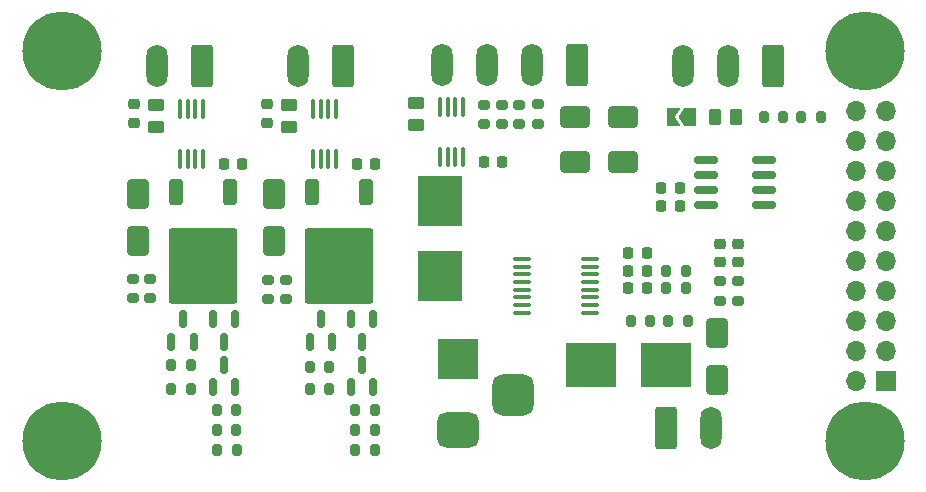
<source format=gbr>
%TF.GenerationSoftware,KiCad,Pcbnew,8.0.5*%
%TF.CreationDate,2024-11-24T08:54:10-05:00*%
%TF.ProjectId,wesp_card_access,77657370-5f63-4617-9264-5f6163636573,rev?*%
%TF.SameCoordinates,Original*%
%TF.FileFunction,Soldermask,Top*%
%TF.FilePolarity,Negative*%
%FSLAX46Y46*%
G04 Gerber Fmt 4.6, Leading zero omitted, Abs format (unit mm)*
G04 Created by KiCad (PCBNEW 8.0.5) date 2024-11-24 08:54:10*
%MOMM*%
%LPD*%
G01*
G04 APERTURE LIST*
G04 Aperture macros list*
%AMRoundRect*
0 Rectangle with rounded corners*
0 $1 Rounding radius*
0 $2 $3 $4 $5 $6 $7 $8 $9 X,Y pos of 4 corners*
0 Add a 4 corners polygon primitive as box body*
4,1,4,$2,$3,$4,$5,$6,$7,$8,$9,$2,$3,0*
0 Add four circle primitives for the rounded corners*
1,1,$1+$1,$2,$3*
1,1,$1+$1,$4,$5*
1,1,$1+$1,$6,$7*
1,1,$1+$1,$8,$9*
0 Add four rect primitives between the rounded corners*
20,1,$1+$1,$2,$3,$4,$5,0*
20,1,$1+$1,$4,$5,$6,$7,0*
20,1,$1+$1,$6,$7,$8,$9,0*
20,1,$1+$1,$8,$9,$2,$3,0*%
%AMFreePoly0*
4,1,6,1.000000,0.000000,0.500000,-0.750000,-0.500000,-0.750000,-0.500000,0.750000,0.500000,0.750000,1.000000,0.000000,1.000000,0.000000,$1*%
%AMFreePoly1*
4,1,6,0.500000,-0.750000,-0.650000,-0.750000,-0.150000,0.000000,-0.650000,0.750000,0.500000,0.750000,0.500000,-0.750000,0.500000,-0.750000,$1*%
G04 Aperture macros list end*
%ADD10RoundRect,0.250000X-0.650000X-1.550000X0.650000X-1.550000X0.650000X1.550000X-0.650000X1.550000X0*%
%ADD11O,1.800000X3.600000*%
%ADD12R,3.500000X3.500000*%
%ADD13RoundRect,0.750000X1.000000X-0.750000X1.000000X0.750000X-1.000000X0.750000X-1.000000X-0.750000X0*%
%ADD14RoundRect,0.875000X0.875000X-0.875000X0.875000X0.875000X-0.875000X0.875000X-0.875000X-0.875000X0*%
%ADD15RoundRect,0.100000X-0.100000X0.712500X-0.100000X-0.712500X0.100000X-0.712500X0.100000X0.712500X0*%
%ADD16RoundRect,0.250000X0.450000X-0.262500X0.450000X0.262500X-0.450000X0.262500X-0.450000X-0.262500X0*%
%ADD17RoundRect,0.200000X-0.200000X-0.275000X0.200000X-0.275000X0.200000X0.275000X-0.200000X0.275000X0*%
%ADD18RoundRect,0.225000X-0.225000X-0.250000X0.225000X-0.250000X0.225000X0.250000X-0.225000X0.250000X0*%
%ADD19RoundRect,0.150000X0.150000X-0.587500X0.150000X0.587500X-0.150000X0.587500X-0.150000X-0.587500X0*%
%ADD20RoundRect,0.250000X-0.650000X1.000000X-0.650000X-1.000000X0.650000X-1.000000X0.650000X1.000000X0*%
%ADD21R,1.700000X1.700000*%
%ADD22O,1.700000X1.700000*%
%ADD23C,6.700000*%
%ADD24RoundRect,0.200000X0.275000X-0.200000X0.275000X0.200000X-0.275000X0.200000X-0.275000X-0.200000X0*%
%ADD25FreePoly0,180.000000*%
%ADD26FreePoly1,180.000000*%
%ADD27RoundRect,0.250000X0.650000X1.550000X-0.650000X1.550000X-0.650000X-1.550000X0.650000X-1.550000X0*%
%ADD28RoundRect,0.218750X0.256250X-0.218750X0.256250X0.218750X-0.256250X0.218750X-0.256250X-0.218750X0*%
%ADD29RoundRect,0.150000X-0.150000X0.587500X-0.150000X-0.587500X0.150000X-0.587500X0.150000X0.587500X0*%
%ADD30R,4.241800X3.810000*%
%ADD31RoundRect,0.150000X0.825000X0.150000X-0.825000X0.150000X-0.825000X-0.150000X0.825000X-0.150000X0*%
%ADD32RoundRect,0.200000X-0.275000X0.200000X-0.275000X-0.200000X0.275000X-0.200000X0.275000X0.200000X0*%
%ADD33RoundRect,0.200000X0.200000X0.275000X-0.200000X0.275000X-0.200000X-0.275000X0.200000X-0.275000X0*%
%ADD34RoundRect,0.250000X-0.262500X-0.450000X0.262500X-0.450000X0.262500X0.450000X-0.262500X0.450000X0*%
%ADD35RoundRect,0.225000X0.225000X0.250000X-0.225000X0.250000X-0.225000X-0.250000X0.225000X-0.250000X0*%
%ADD36RoundRect,0.250000X-1.000000X-0.650000X1.000000X-0.650000X1.000000X0.650000X-1.000000X0.650000X0*%
%ADD37RoundRect,0.250000X-0.350000X0.850000X-0.350000X-0.850000X0.350000X-0.850000X0.350000X0.850000X0*%
%ADD38RoundRect,0.249997X-2.650003X2.950003X-2.650003X-2.950003X2.650003X-2.950003X2.650003X2.950003X0*%
%ADD39RoundRect,0.218750X-0.256250X0.218750X-0.256250X-0.218750X0.256250X-0.218750X0.256250X0.218750X0*%
%ADD40RoundRect,0.100000X-0.637500X-0.100000X0.637500X-0.100000X0.637500X0.100000X-0.637500X0.100000X0*%
%ADD41R,3.810000X4.241800*%
G04 APERTURE END LIST*
D10*
%TO.C,J2*%
X156150000Y-114817500D03*
D11*
X159960000Y-114817500D03*
%TD*%
D12*
%TO.C,J6*%
X138542500Y-109000000D03*
D13*
X138542500Y-115000000D03*
D14*
X143242500Y-112000000D03*
%TD*%
D15*
%TO.C,U6*%
X116975000Y-87800000D03*
X116325000Y-87800000D03*
X115675000Y-87800000D03*
X115025000Y-87800000D03*
X115025000Y-92025000D03*
X115675000Y-92025000D03*
X116325000Y-92025000D03*
X116975000Y-92025000D03*
%TD*%
D16*
%TO.C,R25*%
X113000000Y-89325000D03*
X113000000Y-87500000D03*
%TD*%
D17*
%TO.C,R23*%
X167640000Y-88500000D03*
X169290000Y-88500000D03*
%TD*%
D18*
%TO.C,C5*%
X152975000Y-103000000D03*
X154525000Y-103000000D03*
%TD*%
%TO.C,C4*%
X152975000Y-100000000D03*
X154525000Y-100000000D03*
%TD*%
D19*
%TO.C,Q4*%
X129500000Y-111375000D03*
X131400000Y-111375000D03*
X130450000Y-109500000D03*
%TD*%
D15*
%TO.C,U5*%
X128225000Y-87800000D03*
X127575000Y-87800000D03*
X126925000Y-87800000D03*
X126275000Y-87800000D03*
X126275000Y-92025000D03*
X126925000Y-92025000D03*
X127575000Y-92025000D03*
X128225000Y-92025000D03*
%TD*%
D20*
%TO.C,D5*%
X160500000Y-106750000D03*
X160500000Y-110750000D03*
%TD*%
D19*
%TO.C,Q7*%
X126000000Y-107500000D03*
X127900000Y-107500000D03*
X126950000Y-105625000D03*
%TD*%
D21*
%TO.C,U1*%
X174770000Y-110817500D03*
D22*
X172230000Y-110817500D03*
X174770000Y-108277500D03*
X172230000Y-108277500D03*
X174770000Y-105737500D03*
X172230000Y-105737500D03*
X174770000Y-103197500D03*
X172230000Y-103197500D03*
X174770000Y-100657500D03*
X172230000Y-100657500D03*
X174770000Y-98117500D03*
X172230000Y-98117500D03*
X174770000Y-95577500D03*
X172230000Y-95577500D03*
X174770000Y-93037500D03*
X172230000Y-93037500D03*
X174770000Y-90497500D03*
X172230000Y-90497500D03*
X174770000Y-87957500D03*
X172230000Y-87957500D03*
D23*
X105000000Y-82887500D03*
X105000000Y-115887500D03*
X173000000Y-82887500D03*
X173000000Y-115887500D03*
%TD*%
D24*
%TO.C,R16*%
X122500000Y-103900000D03*
X122500000Y-102250000D03*
%TD*%
D19*
%TO.C,Q3*%
X114300000Y-107500000D03*
X116200000Y-107500000D03*
X115250000Y-105625000D03*
%TD*%
D17*
%TO.C,R20*%
X156350000Y-105750000D03*
X158000000Y-105750000D03*
%TD*%
D25*
%TO.C,JP1*%
X158225000Y-88500000D03*
D26*
X156775000Y-88500000D03*
%TD*%
D17*
%TO.C,R11*%
X156175000Y-103000000D03*
X157825000Y-103000000D03*
%TD*%
D27*
%TO.C,J5*%
X116850000Y-84182500D03*
D11*
X113040000Y-84182500D03*
%TD*%
D28*
%TO.C,D9*%
X111100000Y-88987500D03*
X111100000Y-87412500D03*
%TD*%
D17*
%TO.C,R30*%
X118175000Y-116700000D03*
X119825000Y-116700000D03*
%TD*%
D29*
%TO.C,Q2*%
X131400000Y-105625000D03*
X129500000Y-105625000D03*
X130450000Y-107500000D03*
%TD*%
D17*
%TO.C,R12*%
X156175000Y-101500000D03*
X157825000Y-101500000D03*
%TD*%
D27*
%TO.C,J3*%
X165255000Y-84182500D03*
D11*
X161445000Y-84182500D03*
X157635000Y-84182500D03*
%TD*%
D18*
%TO.C,C6*%
X118725000Y-92500000D03*
X120275000Y-92500000D03*
%TD*%
D17*
%TO.C,R19*%
X153175000Y-105750000D03*
X154825000Y-105750000D03*
%TD*%
D30*
%TO.C,F1*%
X149812300Y-109500000D03*
X156187700Y-109500000D03*
%TD*%
D31*
%TO.C,U2*%
X164475000Y-95905000D03*
X164475000Y-94635000D03*
X164475000Y-93365000D03*
X164475000Y-92095000D03*
X159525000Y-92095000D03*
X159525000Y-93365000D03*
X159525000Y-94635000D03*
X159525000Y-95905000D03*
%TD*%
D18*
%TO.C,C8*%
X140725000Y-92250000D03*
X142275000Y-92250000D03*
%TD*%
D32*
%TO.C,R27*%
X160750000Y-102375000D03*
X160750000Y-104025000D03*
%TD*%
D28*
%TO.C,D8*%
X122375000Y-88962500D03*
X122375000Y-87387500D03*
%TD*%
D16*
%TO.C,R21*%
X135000000Y-89162500D03*
X135000000Y-87337500D03*
%TD*%
D24*
%TO.C,R15*%
X124000000Y-103900000D03*
X124000000Y-102250000D03*
%TD*%
D17*
%TO.C,R9*%
X118145000Y-113250000D03*
X119795000Y-113250000D03*
%TD*%
D27*
%TO.C,J4*%
X128850000Y-84182500D03*
D11*
X125040000Y-84182500D03*
%TD*%
D33*
%TO.C,R3*%
X127650000Y-109625000D03*
X126000000Y-109625000D03*
%TD*%
D24*
%TO.C,R18*%
X111010000Y-103825000D03*
X111010000Y-102175000D03*
%TD*%
D32*
%TO.C,R2*%
X145350000Y-87405000D03*
X145350000Y-89055000D03*
%TD*%
D17*
%TO.C,R29*%
X129850000Y-116700000D03*
X131500000Y-116700000D03*
%TD*%
D34*
%TO.C,R26*%
X160282500Y-88500000D03*
X162107500Y-88500000D03*
%TD*%
D29*
%TO.C,Q6*%
X119700000Y-105625000D03*
X117800000Y-105625000D03*
X118750000Y-107500000D03*
%TD*%
D35*
%TO.C,C2*%
X157325000Y-96000000D03*
X155775000Y-96000000D03*
%TD*%
D17*
%TO.C,R8*%
X114300000Y-111500000D03*
X115950000Y-111500000D03*
%TD*%
%TO.C,R4*%
X126000000Y-111500000D03*
X127650000Y-111500000D03*
%TD*%
D18*
%TO.C,C3*%
X152975000Y-101500000D03*
X154525000Y-101500000D03*
%TD*%
D36*
%TO.C,D2*%
X148500000Y-92250000D03*
X152500000Y-92250000D03*
%TD*%
D32*
%TO.C,R1*%
X143750000Y-87425000D03*
X143750000Y-89075000D03*
%TD*%
D20*
%TO.C,D4*%
X111500000Y-95000000D03*
X111500000Y-99000000D03*
%TD*%
D37*
%TO.C,Q5*%
X119255000Y-94800000D03*
D38*
X116975000Y-101100000D03*
D37*
X114695000Y-94800000D03*
%TD*%
D32*
%TO.C,R28*%
X162290000Y-102385000D03*
X162290000Y-104035000D03*
%TD*%
D39*
%TO.C,D6*%
X160750000Y-99212500D03*
X160750000Y-100787500D03*
%TD*%
D24*
%TO.C,R13*%
X140750000Y-89075000D03*
X140750000Y-87425000D03*
%TD*%
D36*
%TO.C,D1*%
X148500000Y-88500000D03*
X152500000Y-88500000D03*
%TD*%
D17*
%TO.C,R10*%
X118145000Y-115000000D03*
X119795000Y-115000000D03*
%TD*%
D20*
%TO.C,D3*%
X123000000Y-95000000D03*
X123000000Y-99000000D03*
%TD*%
D40*
%TO.C,U3*%
X144000000Y-100500000D03*
X144000000Y-101150000D03*
X144000000Y-101800000D03*
X144000000Y-102450000D03*
X144000000Y-103100000D03*
X144000000Y-103750000D03*
X144000000Y-104400000D03*
X144000000Y-105050000D03*
X149725000Y-105050000D03*
X149725000Y-104400000D03*
X149725000Y-103750000D03*
X149725000Y-103100000D03*
X149725000Y-102450000D03*
X149725000Y-101800000D03*
X149725000Y-101150000D03*
X149725000Y-100500000D03*
%TD*%
D41*
%TO.C,F2*%
X137000000Y-95562300D03*
X137000000Y-101937700D03*
%TD*%
D24*
%TO.C,R17*%
X112500000Y-103825000D03*
X112500000Y-102175000D03*
%TD*%
D16*
%TO.C,R22*%
X124250000Y-89325000D03*
X124250000Y-87500000D03*
%TD*%
D33*
%TO.C,R7*%
X115950000Y-109500000D03*
X114300000Y-109500000D03*
%TD*%
D15*
%TO.C,U4*%
X138975000Y-87637500D03*
X138325000Y-87637500D03*
X137675000Y-87637500D03*
X137025000Y-87637500D03*
X137025000Y-91862500D03*
X137675000Y-91862500D03*
X138325000Y-91862500D03*
X138975000Y-91862500D03*
%TD*%
D17*
%TO.C,R5*%
X129845000Y-113250000D03*
X131495000Y-113250000D03*
%TD*%
D33*
%TO.C,R24*%
X166115000Y-88500000D03*
X164465000Y-88500000D03*
%TD*%
D37*
%TO.C,Q1*%
X130777500Y-94800000D03*
D38*
X128497500Y-101100000D03*
D37*
X126217500Y-94800000D03*
%TD*%
D17*
%TO.C,R6*%
X129845000Y-115000000D03*
X131495000Y-115000000D03*
%TD*%
D18*
%TO.C,C7*%
X129975000Y-92500000D03*
X131525000Y-92500000D03*
%TD*%
D39*
%TO.C,D7*%
X162290000Y-99222500D03*
X162290000Y-100797500D03*
%TD*%
D24*
%TO.C,R14*%
X142260000Y-89075000D03*
X142260000Y-87425000D03*
%TD*%
D27*
%TO.C,J1*%
X148660000Y-84115000D03*
D11*
X144850000Y-84115000D03*
X141040000Y-84115000D03*
X137230000Y-84115000D03*
%TD*%
D19*
%TO.C,Q8*%
X117800000Y-111375000D03*
X119700000Y-111375000D03*
X118750000Y-109500000D03*
%TD*%
D35*
%TO.C,C1*%
X157325000Y-94500000D03*
X155775000Y-94500000D03*
%TD*%
M02*

</source>
